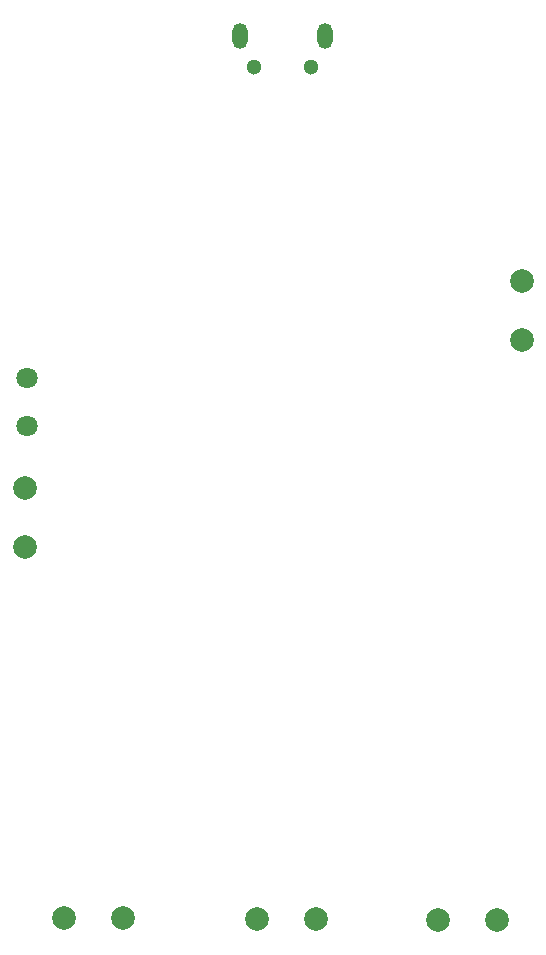
<source format=gbr>
%TF.GenerationSoftware,KiCad,Pcbnew,(6.0.10)*%
%TF.CreationDate,2023-02-23T14:30:16-05:00*%
%TF.ProjectId,rp2040_v0,72703230-3430-45f7-9630-2e6b69636164,rev?*%
%TF.SameCoordinates,Original*%
%TF.FileFunction,Paste,Bot*%
%TF.FilePolarity,Positive*%
%FSLAX46Y46*%
G04 Gerber Fmt 4.6, Leading zero omitted, Abs format (unit mm)*
G04 Created by KiCad (PCBNEW (6.0.10)) date 2023-02-23 14:30:16*
%MOMM*%
%LPD*%
G01*
G04 APERTURE LIST*
%ADD10C,2.000000*%
%ADD11C,1.300000*%
%ADD12O,1.300000X2.200000*%
%ADD13C,1.800000*%
G04 APERTURE END LIST*
D10*
%TO.C,J27*%
X116803000Y-120887500D03*
X121803000Y-120887500D03*
%TD*%
%TO.C,J25*%
X148500000Y-121100000D03*
X153500000Y-121100000D03*
%TD*%
%TO.C,J28*%
X133156000Y-120995500D03*
X138156000Y-120995500D03*
%TD*%
D11*
%TO.C,J5*%
X132874500Y-48855500D03*
D12*
X131694500Y-46185500D03*
X138894500Y-46185500D03*
D11*
X137714500Y-48855500D03*
%TD*%
D10*
%TO.C,J23*%
X113500000Y-89500000D03*
X113500000Y-84500000D03*
%TD*%
%TO.C,J12*%
X155575000Y-66969000D03*
X155575000Y-71969000D03*
%TD*%
D13*
%TO.C,BZ1*%
X113700000Y-75200000D03*
X113700000Y-79200000D03*
%TD*%
M02*

</source>
